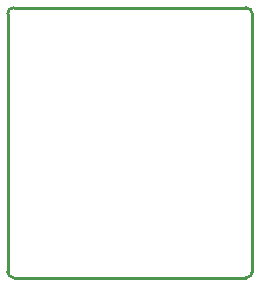
<source format=gko>
G04 Layer: BoardOutline*
G04 EasyEDA v6.3.53, 2020-07-19T22:27:28+02:00*
G04 3120cfb910ab4567be944433c0d318a6,a54f91b67bf74260adec70c9c35cfc8e,10*
G04 Gerber Generator version 0.2*
G04 Scale: 100 percent, Rotated: No, Reflected: No *
G04 Dimensions in millimeters *
G04 leading zeros omitted , absolute positions ,3 integer and 3 decimal *
%FSLAX33Y33*%
%MOMM*%
G90*
G71D02*

%ADD10C,0.254000*%
G54D10*
G01X0Y499D02*
G01X0Y22360D01*
G01X499Y22860D02*
G01X20199Y22860D01*
G01X20199Y0D02*
G01X499Y0D01*
G01X20699Y22360D02*
G01X20699Y499D01*
G75*
G01X0Y22360D02*
G02X500Y22860I500J0D01*
G01*
G75*
G01X500Y0D02*
G02X0Y500I0J500D01*
G01*
G75*
G01X20700Y500D02*
G02X20200Y0I-500J0D01*
G01*
G75*
G01X20200Y22860D02*
G02X20700Y22360I0J-500D01*
G01*

%LPD*%
M00*
M02*

</source>
